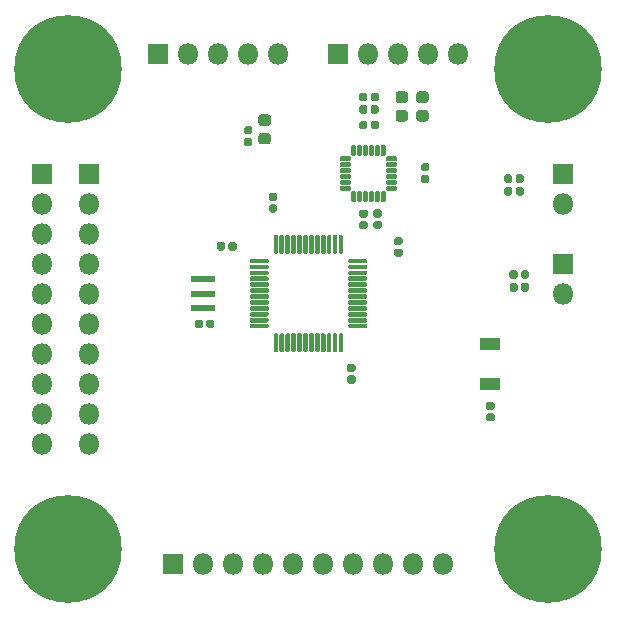
<source format=gbr>
%TF.GenerationSoftware,KiCad,Pcbnew,(5.1.6)-1*%
%TF.CreationDate,2020-08-01T22:19:46+05:30*%
%TF.ProjectId,first,66697273-742e-46b6-9963-61645f706362,rev?*%
%TF.SameCoordinates,Original*%
%TF.FileFunction,Soldermask,Top*%
%TF.FilePolarity,Negative*%
%FSLAX46Y46*%
G04 Gerber Fmt 4.6, Leading zero omitted, Abs format (unit mm)*
G04 Created by KiCad (PCBNEW (5.1.6)-1) date 2020-08-01 22:19:46*
%MOMM*%
%LPD*%
G01*
G04 APERTURE LIST*
%ADD10R,1.800000X1.000000*%
%ADD11O,1.800000X1.800000*%
%ADD12R,1.800000X1.800000*%
%ADD13C,1.000000*%
%ADD14C,9.100000*%
%ADD15R,2.000000X0.500000*%
G04 APERTURE END LIST*
D10*
%TO.C,BOOT*%
X69770000Y-59800000D03*
X69770000Y-63200000D03*
%TD*%
%TO.C,R5*%
G36*
G01*
X69967500Y-65370000D02*
X69572500Y-65370000D01*
G75*
G02*
X69400000Y-65197500I0J172500D01*
G01*
X69400000Y-64852500D01*
G75*
G02*
X69572500Y-64680000I172500J0D01*
G01*
X69967500Y-64680000D01*
G75*
G02*
X70140000Y-64852500I0J-172500D01*
G01*
X70140000Y-65197500D01*
G75*
G02*
X69967500Y-65370000I-172500J0D01*
G01*
G37*
G36*
G01*
X69967500Y-66340000D02*
X69572500Y-66340000D01*
G75*
G02*
X69400000Y-66167500I0J172500D01*
G01*
X69400000Y-65822500D01*
G75*
G02*
X69572500Y-65650000I172500J0D01*
G01*
X69967500Y-65650000D01*
G75*
G02*
X70140000Y-65822500I0J-172500D01*
G01*
X70140000Y-66167500D01*
G75*
G02*
X69967500Y-66340000I-172500J0D01*
G01*
G37*
%TD*%
D11*
%TO.C,J3*%
X31860000Y-68250000D03*
X31860000Y-65710000D03*
X31860000Y-63170000D03*
X31860000Y-60630000D03*
X31860000Y-58090000D03*
X31860000Y-55550000D03*
X31860000Y-53010000D03*
X31860000Y-50470000D03*
X31860000Y-47930000D03*
D12*
X31860000Y-45390000D03*
%TD*%
%TO.C,C0_ST1*%
G36*
G01*
X62187500Y-52385000D02*
X61792500Y-52385000D01*
G75*
G02*
X61620000Y-52212500I0J172500D01*
G01*
X61620000Y-51867500D01*
G75*
G02*
X61792500Y-51695000I172500J0D01*
G01*
X62187500Y-51695000D01*
G75*
G02*
X62360000Y-51867500I0J-172500D01*
G01*
X62360000Y-52212500D01*
G75*
G02*
X62187500Y-52385000I-172500J0D01*
G01*
G37*
G36*
G01*
X62187500Y-51415000D02*
X61792500Y-51415000D01*
G75*
G02*
X61620000Y-51242500I0J172500D01*
G01*
X61620000Y-50897500D01*
G75*
G02*
X61792500Y-50725000I172500J0D01*
G01*
X62187500Y-50725000D01*
G75*
G02*
X62360000Y-50897500I0J-172500D01*
G01*
X62360000Y-51242500D01*
G75*
G02*
X62187500Y-51415000I-172500J0D01*
G01*
G37*
%TD*%
%TO.C,C1_G1*%
G36*
G01*
X59660000Y-41437500D02*
X59660000Y-41042500D01*
G75*
G02*
X59832500Y-40870000I172500J0D01*
G01*
X60177500Y-40870000D01*
G75*
G02*
X60350000Y-41042500I0J-172500D01*
G01*
X60350000Y-41437500D01*
G75*
G02*
X60177500Y-41610000I-172500J0D01*
G01*
X59832500Y-41610000D01*
G75*
G02*
X59660000Y-41437500I0J172500D01*
G01*
G37*
G36*
G01*
X58690000Y-41437500D02*
X58690000Y-41042500D01*
G75*
G02*
X58862500Y-40870000I172500J0D01*
G01*
X59207500Y-40870000D01*
G75*
G02*
X59380000Y-41042500I0J-172500D01*
G01*
X59380000Y-41437500D01*
G75*
G02*
X59207500Y-41610000I-172500J0D01*
G01*
X58862500Y-41610000D01*
G75*
G02*
X58690000Y-41437500I0J172500D01*
G01*
G37*
%TD*%
%TO.C,C1_ST1*%
G36*
G01*
X48300000Y-51302500D02*
X48300000Y-51697500D01*
G75*
G02*
X48127500Y-51870000I-172500J0D01*
G01*
X47782500Y-51870000D01*
G75*
G02*
X47610000Y-51697500I0J172500D01*
G01*
X47610000Y-51302500D01*
G75*
G02*
X47782500Y-51130000I172500J0D01*
G01*
X48127500Y-51130000D01*
G75*
G02*
X48300000Y-51302500I0J-172500D01*
G01*
G37*
G36*
G01*
X47330000Y-51302500D02*
X47330000Y-51697500D01*
G75*
G02*
X47157500Y-51870000I-172500J0D01*
G01*
X46812500Y-51870000D01*
G75*
G02*
X46640000Y-51697500I0J172500D01*
G01*
X46640000Y-51302500D01*
G75*
G02*
X46812500Y-51130000I172500J0D01*
G01*
X47157500Y-51130000D01*
G75*
G02*
X47330000Y-51302500I0J-172500D01*
G01*
G37*
%TD*%
%TO.C,C2_G1*%
G36*
G01*
X64062500Y-44480000D02*
X64457500Y-44480000D01*
G75*
G02*
X64630000Y-44652500I0J-172500D01*
G01*
X64630000Y-44997500D01*
G75*
G02*
X64457500Y-45170000I-172500J0D01*
G01*
X64062500Y-45170000D01*
G75*
G02*
X63890000Y-44997500I0J172500D01*
G01*
X63890000Y-44652500D01*
G75*
G02*
X64062500Y-44480000I172500J0D01*
G01*
G37*
G36*
G01*
X64062500Y-45450000D02*
X64457500Y-45450000D01*
G75*
G02*
X64630000Y-45622500I0J-172500D01*
G01*
X64630000Y-45967500D01*
G75*
G02*
X64457500Y-46140000I-172500J0D01*
G01*
X64062500Y-46140000D01*
G75*
G02*
X63890000Y-45967500I0J172500D01*
G01*
X63890000Y-45622500D01*
G75*
G02*
X64062500Y-45450000I172500J0D01*
G01*
G37*
%TD*%
%TO.C,C2_ST1*%
G36*
G01*
X51577500Y-47685000D02*
X51182500Y-47685000D01*
G75*
G02*
X51010000Y-47512500I0J172500D01*
G01*
X51010000Y-47167500D01*
G75*
G02*
X51182500Y-46995000I172500J0D01*
G01*
X51577500Y-46995000D01*
G75*
G02*
X51750000Y-47167500I0J-172500D01*
G01*
X51750000Y-47512500D01*
G75*
G02*
X51577500Y-47685000I-172500J0D01*
G01*
G37*
G36*
G01*
X51577500Y-48655000D02*
X51182500Y-48655000D01*
G75*
G02*
X51010000Y-48482500I0J172500D01*
G01*
X51010000Y-48137500D01*
G75*
G02*
X51182500Y-47965000I172500J0D01*
G01*
X51577500Y-47965000D01*
G75*
G02*
X51750000Y-48137500I0J-172500D01*
G01*
X51750000Y-48482500D01*
G75*
G02*
X51577500Y-48655000I-172500J0D01*
G01*
G37*
%TD*%
%TO.C,C3_G1*%
G36*
G01*
X60032500Y-48380000D02*
X60427500Y-48380000D01*
G75*
G02*
X60600000Y-48552500I0J-172500D01*
G01*
X60600000Y-48897500D01*
G75*
G02*
X60427500Y-49070000I-172500J0D01*
G01*
X60032500Y-49070000D01*
G75*
G02*
X59860000Y-48897500I0J172500D01*
G01*
X59860000Y-48552500D01*
G75*
G02*
X60032500Y-48380000I172500J0D01*
G01*
G37*
G36*
G01*
X60032500Y-49350000D02*
X60427500Y-49350000D01*
G75*
G02*
X60600000Y-49522500I0J-172500D01*
G01*
X60600000Y-49867500D01*
G75*
G02*
X60427500Y-50040000I-172500J0D01*
G01*
X60032500Y-50040000D01*
G75*
G02*
X59860000Y-49867500I0J172500D01*
G01*
X59860000Y-49522500D01*
G75*
G02*
X60032500Y-49350000I172500J0D01*
G01*
G37*
%TD*%
%TO.C,C3_ST1*%
G36*
G01*
X57812500Y-61465000D02*
X58207500Y-61465000D01*
G75*
G02*
X58380000Y-61637500I0J-172500D01*
G01*
X58380000Y-61982500D01*
G75*
G02*
X58207500Y-62155000I-172500J0D01*
G01*
X57812500Y-62155000D01*
G75*
G02*
X57640000Y-61982500I0J172500D01*
G01*
X57640000Y-61637500D01*
G75*
G02*
X57812500Y-61465000I172500J0D01*
G01*
G37*
G36*
G01*
X57812500Y-62435000D02*
X58207500Y-62435000D01*
G75*
G02*
X58380000Y-62607500I0J-172500D01*
G01*
X58380000Y-62952500D01*
G75*
G02*
X58207500Y-63125000I-172500J0D01*
G01*
X57812500Y-63125000D01*
G75*
G02*
X57640000Y-62952500I0J172500D01*
G01*
X57640000Y-62607500D01*
G75*
G02*
X57812500Y-62435000I172500J0D01*
G01*
G37*
%TD*%
%TO.C,C4_G1*%
G36*
G01*
X58832500Y-49375000D02*
X59227500Y-49375000D01*
G75*
G02*
X59400000Y-49547500I0J-172500D01*
G01*
X59400000Y-49892500D01*
G75*
G02*
X59227500Y-50065000I-172500J0D01*
G01*
X58832500Y-50065000D01*
G75*
G02*
X58660000Y-49892500I0J172500D01*
G01*
X58660000Y-49547500D01*
G75*
G02*
X58832500Y-49375000I172500J0D01*
G01*
G37*
G36*
G01*
X58832500Y-48405000D02*
X59227500Y-48405000D01*
G75*
G02*
X59400000Y-48577500I0J-172500D01*
G01*
X59400000Y-48922500D01*
G75*
G02*
X59227500Y-49095000I-172500J0D01*
G01*
X58832500Y-49095000D01*
G75*
G02*
X58660000Y-48922500I0J172500D01*
G01*
X58660000Y-48577500D01*
G75*
G02*
X58832500Y-48405000I172500J0D01*
G01*
G37*
%TD*%
%TO.C,C4_ST1*%
G36*
G01*
X45450000Y-57882500D02*
X45450000Y-58277500D01*
G75*
G02*
X45277500Y-58450000I-172500J0D01*
G01*
X44932500Y-58450000D01*
G75*
G02*
X44760000Y-58277500I0J172500D01*
G01*
X44760000Y-57882500D01*
G75*
G02*
X44932500Y-57710000I172500J0D01*
G01*
X45277500Y-57710000D01*
G75*
G02*
X45450000Y-57882500I0J-172500D01*
G01*
G37*
G36*
G01*
X46420000Y-57882500D02*
X46420000Y-58277500D01*
G75*
G02*
X46247500Y-58450000I-172500J0D01*
G01*
X45902500Y-58450000D01*
G75*
G02*
X45730000Y-58277500I0J172500D01*
G01*
X45730000Y-57882500D01*
G75*
G02*
X45902500Y-57710000I172500J0D01*
G01*
X46247500Y-57710000D01*
G75*
G02*
X46420000Y-57882500I0J-172500D01*
G01*
G37*
%TD*%
%TO.C,D1*%
G36*
G01*
X63748750Y-39970000D02*
X64311250Y-39970000D01*
G75*
G02*
X64555000Y-40213750I0J-243750D01*
G01*
X64555000Y-40701250D01*
G75*
G02*
X64311250Y-40945000I-243750J0D01*
G01*
X63748750Y-40945000D01*
G75*
G02*
X63505000Y-40701250I0J243750D01*
G01*
X63505000Y-40213750D01*
G75*
G02*
X63748750Y-39970000I243750J0D01*
G01*
G37*
G36*
G01*
X63748750Y-38395000D02*
X64311250Y-38395000D01*
G75*
G02*
X64555000Y-38638750I0J-243750D01*
G01*
X64555000Y-39126250D01*
G75*
G02*
X64311250Y-39370000I-243750J0D01*
G01*
X63748750Y-39370000D01*
G75*
G02*
X63505000Y-39126250I0J243750D01*
G01*
X63505000Y-38638750D01*
G75*
G02*
X63748750Y-38395000I243750J0D01*
G01*
G37*
%TD*%
%TO.C,D2*%
G36*
G01*
X61998750Y-38395000D02*
X62561250Y-38395000D01*
G75*
G02*
X62805000Y-38638750I0J-243750D01*
G01*
X62805000Y-39126250D01*
G75*
G02*
X62561250Y-39370000I-243750J0D01*
G01*
X61998750Y-39370000D01*
G75*
G02*
X61755000Y-39126250I0J243750D01*
G01*
X61755000Y-38638750D01*
G75*
G02*
X61998750Y-38395000I243750J0D01*
G01*
G37*
G36*
G01*
X61998750Y-39970000D02*
X62561250Y-39970000D01*
G75*
G02*
X62805000Y-40213750I0J-243750D01*
G01*
X62805000Y-40701250D01*
G75*
G02*
X62561250Y-40945000I-243750J0D01*
G01*
X61998750Y-40945000D01*
G75*
G02*
X61755000Y-40701250I0J243750D01*
G01*
X61755000Y-40213750D01*
G75*
G02*
X61998750Y-39970000I243750J0D01*
G01*
G37*
%TD*%
%TO.C,D3*%
G36*
G01*
X50951250Y-42885000D02*
X50388750Y-42885000D01*
G75*
G02*
X50145000Y-42641250I0J243750D01*
G01*
X50145000Y-42153750D01*
G75*
G02*
X50388750Y-41910000I243750J0D01*
G01*
X50951250Y-41910000D01*
G75*
G02*
X51195000Y-42153750I0J-243750D01*
G01*
X51195000Y-42641250D01*
G75*
G02*
X50951250Y-42885000I-243750J0D01*
G01*
G37*
G36*
G01*
X50951250Y-41310000D02*
X50388750Y-41310000D01*
G75*
G02*
X50145000Y-41066250I0J243750D01*
G01*
X50145000Y-40578750D01*
G75*
G02*
X50388750Y-40335000I243750J0D01*
G01*
X50951250Y-40335000D01*
G75*
G02*
X51195000Y-40578750I0J-243750D01*
G01*
X51195000Y-41066250D01*
G75*
G02*
X50951250Y-41310000I-243750J0D01*
G01*
G37*
%TD*%
D13*
%TO.C,H1*%
X36446485Y-34073515D03*
X34060000Y-33085000D03*
X31673515Y-34073515D03*
X30685000Y-36460000D03*
X31673515Y-38846485D03*
X34060000Y-39835000D03*
X36446485Y-38846485D03*
X37435000Y-36460000D03*
D14*
X34060000Y-36460000D03*
%TD*%
%TO.C,H2*%
X74700000Y-77100000D03*
D13*
X78075000Y-77100000D03*
X77086485Y-79486485D03*
X74700000Y-80475000D03*
X72313515Y-79486485D03*
X71325000Y-77100000D03*
X72313515Y-74713515D03*
X74700000Y-73725000D03*
X77086485Y-74713515D03*
%TD*%
%TO.C,H3*%
X36446485Y-74713515D03*
X34060000Y-73725000D03*
X31673515Y-74713515D03*
X30685000Y-77100000D03*
X31673515Y-79486485D03*
X34060000Y-80475000D03*
X36446485Y-79486485D03*
X37435000Y-77100000D03*
D14*
X34060000Y-77100000D03*
%TD*%
%TO.C,H4*%
X74700000Y-36460000D03*
D13*
X78075000Y-36460000D03*
X77086485Y-38846485D03*
X74700000Y-39835000D03*
X72313515Y-38846485D03*
X71325000Y-36460000D03*
X72313515Y-34073515D03*
X74700000Y-33085000D03*
X77086485Y-34073515D03*
%TD*%
D12*
%TO.C,J2*%
X42950000Y-78370000D03*
D11*
X45490000Y-78370000D03*
X48030000Y-78370000D03*
X50570000Y-78370000D03*
X53110000Y-78370000D03*
X55650000Y-78370000D03*
X58190000Y-78370000D03*
X60730000Y-78370000D03*
X63270000Y-78370000D03*
X65810000Y-78370000D03*
%TD*%
D12*
%TO.C,J3*%
X35810000Y-45420000D03*
D11*
X35810000Y-47960000D03*
X35810000Y-50500000D03*
X35810000Y-53040000D03*
X35810000Y-55580000D03*
X35810000Y-58120000D03*
X35810000Y-60660000D03*
X35810000Y-63200000D03*
X35810000Y-65740000D03*
X35810000Y-68280000D03*
%TD*%
%TO.C,J4*%
X51840000Y-35190000D03*
X49300000Y-35190000D03*
X46760000Y-35190000D03*
X44220000Y-35190000D03*
D12*
X41680000Y-35190000D03*
%TD*%
D11*
%TO.C,J5*%
X75970000Y-47890000D03*
D12*
X75970000Y-45350000D03*
%TD*%
%TO.C,J6*%
X75970000Y-52970000D03*
D11*
X75970000Y-55510000D03*
%TD*%
D12*
%TO.C,J7*%
X56920000Y-35190000D03*
D11*
X59460000Y-35190000D03*
X62000000Y-35190000D03*
X64540000Y-35190000D03*
X67080000Y-35190000D03*
%TD*%
%TO.C,R1*%
G36*
G01*
X71400000Y-54097500D02*
X71400000Y-53702500D01*
G75*
G02*
X71572500Y-53530000I172500J0D01*
G01*
X71917500Y-53530000D01*
G75*
G02*
X72090000Y-53702500I0J-172500D01*
G01*
X72090000Y-54097500D01*
G75*
G02*
X71917500Y-54270000I-172500J0D01*
G01*
X71572500Y-54270000D01*
G75*
G02*
X71400000Y-54097500I0J172500D01*
G01*
G37*
G36*
G01*
X72370000Y-54097500D02*
X72370000Y-53702500D01*
G75*
G02*
X72542500Y-53530000I172500J0D01*
G01*
X72887500Y-53530000D01*
G75*
G02*
X73060000Y-53702500I0J-172500D01*
G01*
X73060000Y-54097500D01*
G75*
G02*
X72887500Y-54270000I-172500J0D01*
G01*
X72542500Y-54270000D01*
G75*
G02*
X72370000Y-54097500I0J172500D01*
G01*
G37*
%TD*%
%TO.C,R2*%
G36*
G01*
X72375000Y-55167500D02*
X72375000Y-54772500D01*
G75*
G02*
X72547500Y-54600000I172500J0D01*
G01*
X72892500Y-54600000D01*
G75*
G02*
X73065000Y-54772500I0J-172500D01*
G01*
X73065000Y-55167500D01*
G75*
G02*
X72892500Y-55340000I-172500J0D01*
G01*
X72547500Y-55340000D01*
G75*
G02*
X72375000Y-55167500I0J172500D01*
G01*
G37*
G36*
G01*
X71405000Y-55167500D02*
X71405000Y-54772500D01*
G75*
G02*
X71577500Y-54600000I172500J0D01*
G01*
X71922500Y-54600000D01*
G75*
G02*
X72095000Y-54772500I0J-172500D01*
G01*
X72095000Y-55167500D01*
G75*
G02*
X71922500Y-55340000I-172500J0D01*
G01*
X71577500Y-55340000D01*
G75*
G02*
X71405000Y-55167500I0J172500D01*
G01*
G37*
%TD*%
%TO.C,R3*%
G36*
G01*
X71920000Y-45977500D02*
X71920000Y-45582500D01*
G75*
G02*
X72092500Y-45410000I172500J0D01*
G01*
X72437500Y-45410000D01*
G75*
G02*
X72610000Y-45582500I0J-172500D01*
G01*
X72610000Y-45977500D01*
G75*
G02*
X72437500Y-46150000I-172500J0D01*
G01*
X72092500Y-46150000D01*
G75*
G02*
X71920000Y-45977500I0J172500D01*
G01*
G37*
G36*
G01*
X70950000Y-45977500D02*
X70950000Y-45582500D01*
G75*
G02*
X71122500Y-45410000I172500J0D01*
G01*
X71467500Y-45410000D01*
G75*
G02*
X71640000Y-45582500I0J-172500D01*
G01*
X71640000Y-45977500D01*
G75*
G02*
X71467500Y-46150000I-172500J0D01*
G01*
X71122500Y-46150000D01*
G75*
G02*
X70950000Y-45977500I0J172500D01*
G01*
G37*
%TD*%
%TO.C,R4*%
G36*
G01*
X70955000Y-47037500D02*
X70955000Y-46642500D01*
G75*
G02*
X71127500Y-46470000I172500J0D01*
G01*
X71472500Y-46470000D01*
G75*
G02*
X71645000Y-46642500I0J-172500D01*
G01*
X71645000Y-47037500D01*
G75*
G02*
X71472500Y-47210000I-172500J0D01*
G01*
X71127500Y-47210000D01*
G75*
G02*
X70955000Y-47037500I0J172500D01*
G01*
G37*
G36*
G01*
X71925000Y-47037500D02*
X71925000Y-46642500D01*
G75*
G02*
X72097500Y-46470000I172500J0D01*
G01*
X72442500Y-46470000D01*
G75*
G02*
X72615000Y-46642500I0J-172500D01*
G01*
X72615000Y-47037500D01*
G75*
G02*
X72442500Y-47210000I-172500J0D01*
G01*
X72097500Y-47210000D01*
G75*
G02*
X71925000Y-47037500I0J172500D01*
G01*
G37*
%TD*%
%TO.C,R1_L1*%
G36*
G01*
X49467500Y-43010000D02*
X49072500Y-43010000D01*
G75*
G02*
X48900000Y-42837500I0J172500D01*
G01*
X48900000Y-42492500D01*
G75*
G02*
X49072500Y-42320000I172500J0D01*
G01*
X49467500Y-42320000D01*
G75*
G02*
X49640000Y-42492500I0J-172500D01*
G01*
X49640000Y-42837500D01*
G75*
G02*
X49467500Y-43010000I-172500J0D01*
G01*
G37*
G36*
G01*
X49467500Y-42040000D02*
X49072500Y-42040000D01*
G75*
G02*
X48900000Y-41867500I0J172500D01*
G01*
X48900000Y-41522500D01*
G75*
G02*
X49072500Y-41350000I172500J0D01*
G01*
X49467500Y-41350000D01*
G75*
G02*
X49640000Y-41522500I0J-172500D01*
G01*
X49640000Y-41867500D01*
G75*
G02*
X49467500Y-42040000I-172500J0D01*
G01*
G37*
%TD*%
%TO.C,R1_L2*%
G36*
G01*
X59650000Y-40127500D02*
X59650000Y-39732500D01*
G75*
G02*
X59822500Y-39560000I172500J0D01*
G01*
X60167500Y-39560000D01*
G75*
G02*
X60340000Y-39732500I0J-172500D01*
G01*
X60340000Y-40127500D01*
G75*
G02*
X60167500Y-40300000I-172500J0D01*
G01*
X59822500Y-40300000D01*
G75*
G02*
X59650000Y-40127500I0J172500D01*
G01*
G37*
G36*
G01*
X58680000Y-40127500D02*
X58680000Y-39732500D01*
G75*
G02*
X58852500Y-39560000I172500J0D01*
G01*
X59197500Y-39560000D01*
G75*
G02*
X59370000Y-39732500I0J-172500D01*
G01*
X59370000Y-40127500D01*
G75*
G02*
X59197500Y-40300000I-172500J0D01*
G01*
X58852500Y-40300000D01*
G75*
G02*
X58680000Y-40127500I0J172500D01*
G01*
G37*
%TD*%
%TO.C,R2_L1*%
G36*
G01*
X58680000Y-39057500D02*
X58680000Y-38662500D01*
G75*
G02*
X58852500Y-38490000I172500J0D01*
G01*
X59197500Y-38490000D01*
G75*
G02*
X59370000Y-38662500I0J-172500D01*
G01*
X59370000Y-39057500D01*
G75*
G02*
X59197500Y-39230000I-172500J0D01*
G01*
X58852500Y-39230000D01*
G75*
G02*
X58680000Y-39057500I0J172500D01*
G01*
G37*
G36*
G01*
X59650000Y-39057500D02*
X59650000Y-38662500D01*
G75*
G02*
X59822500Y-38490000I172500J0D01*
G01*
X60167500Y-38490000D01*
G75*
G02*
X60340000Y-38662500I0J-172500D01*
G01*
X60340000Y-39057500D01*
G75*
G02*
X60167500Y-39230000I-172500J0D01*
G01*
X59822500Y-39230000D01*
G75*
G02*
X59650000Y-39057500I0J172500D01*
G01*
G37*
%TD*%
%TO.C,U2*%
G36*
G01*
X49430000Y-52860000D02*
X49430000Y-52660000D01*
G75*
G02*
X49530000Y-52560000I100000J0D01*
G01*
X50905000Y-52560000D01*
G75*
G02*
X51005000Y-52660000I0J-100000D01*
G01*
X51005000Y-52860000D01*
G75*
G02*
X50905000Y-52960000I-100000J0D01*
G01*
X49530000Y-52960000D01*
G75*
G02*
X49430000Y-52860000I0J100000D01*
G01*
G37*
G36*
G01*
X49430000Y-53360000D02*
X49430000Y-53160000D01*
G75*
G02*
X49530000Y-53060000I100000J0D01*
G01*
X50905000Y-53060000D01*
G75*
G02*
X51005000Y-53160000I0J-100000D01*
G01*
X51005000Y-53360000D01*
G75*
G02*
X50905000Y-53460000I-100000J0D01*
G01*
X49530000Y-53460000D01*
G75*
G02*
X49430000Y-53360000I0J100000D01*
G01*
G37*
G36*
G01*
X49430000Y-53860000D02*
X49430000Y-53660000D01*
G75*
G02*
X49530000Y-53560000I100000J0D01*
G01*
X50905000Y-53560000D01*
G75*
G02*
X51005000Y-53660000I0J-100000D01*
G01*
X51005000Y-53860000D01*
G75*
G02*
X50905000Y-53960000I-100000J0D01*
G01*
X49530000Y-53960000D01*
G75*
G02*
X49430000Y-53860000I0J100000D01*
G01*
G37*
G36*
G01*
X49430000Y-54360000D02*
X49430000Y-54160000D01*
G75*
G02*
X49530000Y-54060000I100000J0D01*
G01*
X50905000Y-54060000D01*
G75*
G02*
X51005000Y-54160000I0J-100000D01*
G01*
X51005000Y-54360000D01*
G75*
G02*
X50905000Y-54460000I-100000J0D01*
G01*
X49530000Y-54460000D01*
G75*
G02*
X49430000Y-54360000I0J100000D01*
G01*
G37*
G36*
G01*
X49430000Y-54860000D02*
X49430000Y-54660000D01*
G75*
G02*
X49530000Y-54560000I100000J0D01*
G01*
X50905000Y-54560000D01*
G75*
G02*
X51005000Y-54660000I0J-100000D01*
G01*
X51005000Y-54860000D01*
G75*
G02*
X50905000Y-54960000I-100000J0D01*
G01*
X49530000Y-54960000D01*
G75*
G02*
X49430000Y-54860000I0J100000D01*
G01*
G37*
G36*
G01*
X49430000Y-55360000D02*
X49430000Y-55160000D01*
G75*
G02*
X49530000Y-55060000I100000J0D01*
G01*
X50905000Y-55060000D01*
G75*
G02*
X51005000Y-55160000I0J-100000D01*
G01*
X51005000Y-55360000D01*
G75*
G02*
X50905000Y-55460000I-100000J0D01*
G01*
X49530000Y-55460000D01*
G75*
G02*
X49430000Y-55360000I0J100000D01*
G01*
G37*
G36*
G01*
X49430000Y-55860000D02*
X49430000Y-55660000D01*
G75*
G02*
X49530000Y-55560000I100000J0D01*
G01*
X50905000Y-55560000D01*
G75*
G02*
X51005000Y-55660000I0J-100000D01*
G01*
X51005000Y-55860000D01*
G75*
G02*
X50905000Y-55960000I-100000J0D01*
G01*
X49530000Y-55960000D01*
G75*
G02*
X49430000Y-55860000I0J100000D01*
G01*
G37*
G36*
G01*
X49430000Y-56360000D02*
X49430000Y-56160000D01*
G75*
G02*
X49530000Y-56060000I100000J0D01*
G01*
X50905000Y-56060000D01*
G75*
G02*
X51005000Y-56160000I0J-100000D01*
G01*
X51005000Y-56360000D01*
G75*
G02*
X50905000Y-56460000I-100000J0D01*
G01*
X49530000Y-56460000D01*
G75*
G02*
X49430000Y-56360000I0J100000D01*
G01*
G37*
G36*
G01*
X49430000Y-56860000D02*
X49430000Y-56660000D01*
G75*
G02*
X49530000Y-56560000I100000J0D01*
G01*
X50905000Y-56560000D01*
G75*
G02*
X51005000Y-56660000I0J-100000D01*
G01*
X51005000Y-56860000D01*
G75*
G02*
X50905000Y-56960000I-100000J0D01*
G01*
X49530000Y-56960000D01*
G75*
G02*
X49430000Y-56860000I0J100000D01*
G01*
G37*
G36*
G01*
X49430000Y-57360000D02*
X49430000Y-57160000D01*
G75*
G02*
X49530000Y-57060000I100000J0D01*
G01*
X50905000Y-57060000D01*
G75*
G02*
X51005000Y-57160000I0J-100000D01*
G01*
X51005000Y-57360000D01*
G75*
G02*
X50905000Y-57460000I-100000J0D01*
G01*
X49530000Y-57460000D01*
G75*
G02*
X49430000Y-57360000I0J100000D01*
G01*
G37*
G36*
G01*
X49430000Y-57860000D02*
X49430000Y-57660000D01*
G75*
G02*
X49530000Y-57560000I100000J0D01*
G01*
X50905000Y-57560000D01*
G75*
G02*
X51005000Y-57660000I0J-100000D01*
G01*
X51005000Y-57860000D01*
G75*
G02*
X50905000Y-57960000I-100000J0D01*
G01*
X49530000Y-57960000D01*
G75*
G02*
X49430000Y-57860000I0J100000D01*
G01*
G37*
G36*
G01*
X49430000Y-58360000D02*
X49430000Y-58160000D01*
G75*
G02*
X49530000Y-58060000I100000J0D01*
G01*
X50905000Y-58060000D01*
G75*
G02*
X51005000Y-58160000I0J-100000D01*
G01*
X51005000Y-58360000D01*
G75*
G02*
X50905000Y-58460000I-100000J0D01*
G01*
X49530000Y-58460000D01*
G75*
G02*
X49430000Y-58360000I0J100000D01*
G01*
G37*
G36*
G01*
X51430000Y-60360000D02*
X51430000Y-58985000D01*
G75*
G02*
X51530000Y-58885000I100000J0D01*
G01*
X51730000Y-58885000D01*
G75*
G02*
X51830000Y-58985000I0J-100000D01*
G01*
X51830000Y-60360000D01*
G75*
G02*
X51730000Y-60460000I-100000J0D01*
G01*
X51530000Y-60460000D01*
G75*
G02*
X51430000Y-60360000I0J100000D01*
G01*
G37*
G36*
G01*
X51930000Y-60360000D02*
X51930000Y-58985000D01*
G75*
G02*
X52030000Y-58885000I100000J0D01*
G01*
X52230000Y-58885000D01*
G75*
G02*
X52330000Y-58985000I0J-100000D01*
G01*
X52330000Y-60360000D01*
G75*
G02*
X52230000Y-60460000I-100000J0D01*
G01*
X52030000Y-60460000D01*
G75*
G02*
X51930000Y-60360000I0J100000D01*
G01*
G37*
G36*
G01*
X52430000Y-60360000D02*
X52430000Y-58985000D01*
G75*
G02*
X52530000Y-58885000I100000J0D01*
G01*
X52730000Y-58885000D01*
G75*
G02*
X52830000Y-58985000I0J-100000D01*
G01*
X52830000Y-60360000D01*
G75*
G02*
X52730000Y-60460000I-100000J0D01*
G01*
X52530000Y-60460000D01*
G75*
G02*
X52430000Y-60360000I0J100000D01*
G01*
G37*
G36*
G01*
X52930000Y-60360000D02*
X52930000Y-58985000D01*
G75*
G02*
X53030000Y-58885000I100000J0D01*
G01*
X53230000Y-58885000D01*
G75*
G02*
X53330000Y-58985000I0J-100000D01*
G01*
X53330000Y-60360000D01*
G75*
G02*
X53230000Y-60460000I-100000J0D01*
G01*
X53030000Y-60460000D01*
G75*
G02*
X52930000Y-60360000I0J100000D01*
G01*
G37*
G36*
G01*
X53430000Y-60360000D02*
X53430000Y-58985000D01*
G75*
G02*
X53530000Y-58885000I100000J0D01*
G01*
X53730000Y-58885000D01*
G75*
G02*
X53830000Y-58985000I0J-100000D01*
G01*
X53830000Y-60360000D01*
G75*
G02*
X53730000Y-60460000I-100000J0D01*
G01*
X53530000Y-60460000D01*
G75*
G02*
X53430000Y-60360000I0J100000D01*
G01*
G37*
G36*
G01*
X53930000Y-60360000D02*
X53930000Y-58985000D01*
G75*
G02*
X54030000Y-58885000I100000J0D01*
G01*
X54230000Y-58885000D01*
G75*
G02*
X54330000Y-58985000I0J-100000D01*
G01*
X54330000Y-60360000D01*
G75*
G02*
X54230000Y-60460000I-100000J0D01*
G01*
X54030000Y-60460000D01*
G75*
G02*
X53930000Y-60360000I0J100000D01*
G01*
G37*
G36*
G01*
X54430000Y-60360000D02*
X54430000Y-58985000D01*
G75*
G02*
X54530000Y-58885000I100000J0D01*
G01*
X54730000Y-58885000D01*
G75*
G02*
X54830000Y-58985000I0J-100000D01*
G01*
X54830000Y-60360000D01*
G75*
G02*
X54730000Y-60460000I-100000J0D01*
G01*
X54530000Y-60460000D01*
G75*
G02*
X54430000Y-60360000I0J100000D01*
G01*
G37*
G36*
G01*
X54930000Y-60360000D02*
X54930000Y-58985000D01*
G75*
G02*
X55030000Y-58885000I100000J0D01*
G01*
X55230000Y-58885000D01*
G75*
G02*
X55330000Y-58985000I0J-100000D01*
G01*
X55330000Y-60360000D01*
G75*
G02*
X55230000Y-60460000I-100000J0D01*
G01*
X55030000Y-60460000D01*
G75*
G02*
X54930000Y-60360000I0J100000D01*
G01*
G37*
G36*
G01*
X55430000Y-60360000D02*
X55430000Y-58985000D01*
G75*
G02*
X55530000Y-58885000I100000J0D01*
G01*
X55730000Y-58885000D01*
G75*
G02*
X55830000Y-58985000I0J-100000D01*
G01*
X55830000Y-60360000D01*
G75*
G02*
X55730000Y-60460000I-100000J0D01*
G01*
X55530000Y-60460000D01*
G75*
G02*
X55430000Y-60360000I0J100000D01*
G01*
G37*
G36*
G01*
X55930000Y-60360000D02*
X55930000Y-58985000D01*
G75*
G02*
X56030000Y-58885000I100000J0D01*
G01*
X56230000Y-58885000D01*
G75*
G02*
X56330000Y-58985000I0J-100000D01*
G01*
X56330000Y-60360000D01*
G75*
G02*
X56230000Y-60460000I-100000J0D01*
G01*
X56030000Y-60460000D01*
G75*
G02*
X55930000Y-60360000I0J100000D01*
G01*
G37*
G36*
G01*
X56430000Y-60360000D02*
X56430000Y-58985000D01*
G75*
G02*
X56530000Y-58885000I100000J0D01*
G01*
X56730000Y-58885000D01*
G75*
G02*
X56830000Y-58985000I0J-100000D01*
G01*
X56830000Y-60360000D01*
G75*
G02*
X56730000Y-60460000I-100000J0D01*
G01*
X56530000Y-60460000D01*
G75*
G02*
X56430000Y-60360000I0J100000D01*
G01*
G37*
G36*
G01*
X56930000Y-60360000D02*
X56930000Y-58985000D01*
G75*
G02*
X57030000Y-58885000I100000J0D01*
G01*
X57230000Y-58885000D01*
G75*
G02*
X57330000Y-58985000I0J-100000D01*
G01*
X57330000Y-60360000D01*
G75*
G02*
X57230000Y-60460000I-100000J0D01*
G01*
X57030000Y-60460000D01*
G75*
G02*
X56930000Y-60360000I0J100000D01*
G01*
G37*
G36*
G01*
X57755000Y-58360000D02*
X57755000Y-58160000D01*
G75*
G02*
X57855000Y-58060000I100000J0D01*
G01*
X59230000Y-58060000D01*
G75*
G02*
X59330000Y-58160000I0J-100000D01*
G01*
X59330000Y-58360000D01*
G75*
G02*
X59230000Y-58460000I-100000J0D01*
G01*
X57855000Y-58460000D01*
G75*
G02*
X57755000Y-58360000I0J100000D01*
G01*
G37*
G36*
G01*
X57755000Y-57860000D02*
X57755000Y-57660000D01*
G75*
G02*
X57855000Y-57560000I100000J0D01*
G01*
X59230000Y-57560000D01*
G75*
G02*
X59330000Y-57660000I0J-100000D01*
G01*
X59330000Y-57860000D01*
G75*
G02*
X59230000Y-57960000I-100000J0D01*
G01*
X57855000Y-57960000D01*
G75*
G02*
X57755000Y-57860000I0J100000D01*
G01*
G37*
G36*
G01*
X57755000Y-57360000D02*
X57755000Y-57160000D01*
G75*
G02*
X57855000Y-57060000I100000J0D01*
G01*
X59230000Y-57060000D01*
G75*
G02*
X59330000Y-57160000I0J-100000D01*
G01*
X59330000Y-57360000D01*
G75*
G02*
X59230000Y-57460000I-100000J0D01*
G01*
X57855000Y-57460000D01*
G75*
G02*
X57755000Y-57360000I0J100000D01*
G01*
G37*
G36*
G01*
X57755000Y-56860000D02*
X57755000Y-56660000D01*
G75*
G02*
X57855000Y-56560000I100000J0D01*
G01*
X59230000Y-56560000D01*
G75*
G02*
X59330000Y-56660000I0J-100000D01*
G01*
X59330000Y-56860000D01*
G75*
G02*
X59230000Y-56960000I-100000J0D01*
G01*
X57855000Y-56960000D01*
G75*
G02*
X57755000Y-56860000I0J100000D01*
G01*
G37*
G36*
G01*
X57755000Y-56360000D02*
X57755000Y-56160000D01*
G75*
G02*
X57855000Y-56060000I100000J0D01*
G01*
X59230000Y-56060000D01*
G75*
G02*
X59330000Y-56160000I0J-100000D01*
G01*
X59330000Y-56360000D01*
G75*
G02*
X59230000Y-56460000I-100000J0D01*
G01*
X57855000Y-56460000D01*
G75*
G02*
X57755000Y-56360000I0J100000D01*
G01*
G37*
G36*
G01*
X57755000Y-55860000D02*
X57755000Y-55660000D01*
G75*
G02*
X57855000Y-55560000I100000J0D01*
G01*
X59230000Y-55560000D01*
G75*
G02*
X59330000Y-55660000I0J-100000D01*
G01*
X59330000Y-55860000D01*
G75*
G02*
X59230000Y-55960000I-100000J0D01*
G01*
X57855000Y-55960000D01*
G75*
G02*
X57755000Y-55860000I0J100000D01*
G01*
G37*
G36*
G01*
X57755000Y-55360000D02*
X57755000Y-55160000D01*
G75*
G02*
X57855000Y-55060000I100000J0D01*
G01*
X59230000Y-55060000D01*
G75*
G02*
X59330000Y-55160000I0J-100000D01*
G01*
X59330000Y-55360000D01*
G75*
G02*
X59230000Y-55460000I-100000J0D01*
G01*
X57855000Y-55460000D01*
G75*
G02*
X57755000Y-55360000I0J100000D01*
G01*
G37*
G36*
G01*
X57755000Y-54860000D02*
X57755000Y-54660000D01*
G75*
G02*
X57855000Y-54560000I100000J0D01*
G01*
X59230000Y-54560000D01*
G75*
G02*
X59330000Y-54660000I0J-100000D01*
G01*
X59330000Y-54860000D01*
G75*
G02*
X59230000Y-54960000I-100000J0D01*
G01*
X57855000Y-54960000D01*
G75*
G02*
X57755000Y-54860000I0J100000D01*
G01*
G37*
G36*
G01*
X57755000Y-54360000D02*
X57755000Y-54160000D01*
G75*
G02*
X57855000Y-54060000I100000J0D01*
G01*
X59230000Y-54060000D01*
G75*
G02*
X59330000Y-54160000I0J-100000D01*
G01*
X59330000Y-54360000D01*
G75*
G02*
X59230000Y-54460000I-100000J0D01*
G01*
X57855000Y-54460000D01*
G75*
G02*
X57755000Y-54360000I0J100000D01*
G01*
G37*
G36*
G01*
X57755000Y-53860000D02*
X57755000Y-53660000D01*
G75*
G02*
X57855000Y-53560000I100000J0D01*
G01*
X59230000Y-53560000D01*
G75*
G02*
X59330000Y-53660000I0J-100000D01*
G01*
X59330000Y-53860000D01*
G75*
G02*
X59230000Y-53960000I-100000J0D01*
G01*
X57855000Y-53960000D01*
G75*
G02*
X57755000Y-53860000I0J100000D01*
G01*
G37*
G36*
G01*
X57755000Y-53360000D02*
X57755000Y-53160000D01*
G75*
G02*
X57855000Y-53060000I100000J0D01*
G01*
X59230000Y-53060000D01*
G75*
G02*
X59330000Y-53160000I0J-100000D01*
G01*
X59330000Y-53360000D01*
G75*
G02*
X59230000Y-53460000I-100000J0D01*
G01*
X57855000Y-53460000D01*
G75*
G02*
X57755000Y-53360000I0J100000D01*
G01*
G37*
G36*
G01*
X57755000Y-52860000D02*
X57755000Y-52660000D01*
G75*
G02*
X57855000Y-52560000I100000J0D01*
G01*
X59230000Y-52560000D01*
G75*
G02*
X59330000Y-52660000I0J-100000D01*
G01*
X59330000Y-52860000D01*
G75*
G02*
X59230000Y-52960000I-100000J0D01*
G01*
X57855000Y-52960000D01*
G75*
G02*
X57755000Y-52860000I0J100000D01*
G01*
G37*
G36*
G01*
X56930000Y-52035000D02*
X56930000Y-50660000D01*
G75*
G02*
X57030000Y-50560000I100000J0D01*
G01*
X57230000Y-50560000D01*
G75*
G02*
X57330000Y-50660000I0J-100000D01*
G01*
X57330000Y-52035000D01*
G75*
G02*
X57230000Y-52135000I-100000J0D01*
G01*
X57030000Y-52135000D01*
G75*
G02*
X56930000Y-52035000I0J100000D01*
G01*
G37*
G36*
G01*
X56430000Y-52035000D02*
X56430000Y-50660000D01*
G75*
G02*
X56530000Y-50560000I100000J0D01*
G01*
X56730000Y-50560000D01*
G75*
G02*
X56830000Y-50660000I0J-100000D01*
G01*
X56830000Y-52035000D01*
G75*
G02*
X56730000Y-52135000I-100000J0D01*
G01*
X56530000Y-52135000D01*
G75*
G02*
X56430000Y-52035000I0J100000D01*
G01*
G37*
G36*
G01*
X55930000Y-52035000D02*
X55930000Y-50660000D01*
G75*
G02*
X56030000Y-50560000I100000J0D01*
G01*
X56230000Y-50560000D01*
G75*
G02*
X56330000Y-50660000I0J-100000D01*
G01*
X56330000Y-52035000D01*
G75*
G02*
X56230000Y-52135000I-100000J0D01*
G01*
X56030000Y-52135000D01*
G75*
G02*
X55930000Y-52035000I0J100000D01*
G01*
G37*
G36*
G01*
X55430000Y-52035000D02*
X55430000Y-50660000D01*
G75*
G02*
X55530000Y-50560000I100000J0D01*
G01*
X55730000Y-50560000D01*
G75*
G02*
X55830000Y-50660000I0J-100000D01*
G01*
X55830000Y-52035000D01*
G75*
G02*
X55730000Y-52135000I-100000J0D01*
G01*
X55530000Y-52135000D01*
G75*
G02*
X55430000Y-52035000I0J100000D01*
G01*
G37*
G36*
G01*
X54930000Y-52035000D02*
X54930000Y-50660000D01*
G75*
G02*
X55030000Y-50560000I100000J0D01*
G01*
X55230000Y-50560000D01*
G75*
G02*
X55330000Y-50660000I0J-100000D01*
G01*
X55330000Y-52035000D01*
G75*
G02*
X55230000Y-52135000I-100000J0D01*
G01*
X55030000Y-52135000D01*
G75*
G02*
X54930000Y-52035000I0J100000D01*
G01*
G37*
G36*
G01*
X54430000Y-52035000D02*
X54430000Y-50660000D01*
G75*
G02*
X54530000Y-50560000I100000J0D01*
G01*
X54730000Y-50560000D01*
G75*
G02*
X54830000Y-50660000I0J-100000D01*
G01*
X54830000Y-52035000D01*
G75*
G02*
X54730000Y-52135000I-100000J0D01*
G01*
X54530000Y-52135000D01*
G75*
G02*
X54430000Y-52035000I0J100000D01*
G01*
G37*
G36*
G01*
X53930000Y-52035000D02*
X53930000Y-50660000D01*
G75*
G02*
X54030000Y-50560000I100000J0D01*
G01*
X54230000Y-50560000D01*
G75*
G02*
X54330000Y-50660000I0J-100000D01*
G01*
X54330000Y-52035000D01*
G75*
G02*
X54230000Y-52135000I-100000J0D01*
G01*
X54030000Y-52135000D01*
G75*
G02*
X53930000Y-52035000I0J100000D01*
G01*
G37*
G36*
G01*
X53430000Y-52035000D02*
X53430000Y-50660000D01*
G75*
G02*
X53530000Y-50560000I100000J0D01*
G01*
X53730000Y-50560000D01*
G75*
G02*
X53830000Y-50660000I0J-100000D01*
G01*
X53830000Y-52035000D01*
G75*
G02*
X53730000Y-52135000I-100000J0D01*
G01*
X53530000Y-52135000D01*
G75*
G02*
X53430000Y-52035000I0J100000D01*
G01*
G37*
G36*
G01*
X52930000Y-52035000D02*
X52930000Y-50660000D01*
G75*
G02*
X53030000Y-50560000I100000J0D01*
G01*
X53230000Y-50560000D01*
G75*
G02*
X53330000Y-50660000I0J-100000D01*
G01*
X53330000Y-52035000D01*
G75*
G02*
X53230000Y-52135000I-100000J0D01*
G01*
X53030000Y-52135000D01*
G75*
G02*
X52930000Y-52035000I0J100000D01*
G01*
G37*
G36*
G01*
X52430000Y-52035000D02*
X52430000Y-50660000D01*
G75*
G02*
X52530000Y-50560000I100000J0D01*
G01*
X52730000Y-50560000D01*
G75*
G02*
X52830000Y-50660000I0J-100000D01*
G01*
X52830000Y-52035000D01*
G75*
G02*
X52730000Y-52135000I-100000J0D01*
G01*
X52530000Y-52135000D01*
G75*
G02*
X52430000Y-52035000I0J100000D01*
G01*
G37*
G36*
G01*
X51930000Y-52035000D02*
X51930000Y-50660000D01*
G75*
G02*
X52030000Y-50560000I100000J0D01*
G01*
X52230000Y-50560000D01*
G75*
G02*
X52330000Y-50660000I0J-100000D01*
G01*
X52330000Y-52035000D01*
G75*
G02*
X52230000Y-52135000I-100000J0D01*
G01*
X52030000Y-52135000D01*
G75*
G02*
X51930000Y-52035000I0J100000D01*
G01*
G37*
G36*
G01*
X51430000Y-52035000D02*
X51430000Y-50660000D01*
G75*
G02*
X51530000Y-50560000I100000J0D01*
G01*
X51730000Y-50560000D01*
G75*
G02*
X51830000Y-50660000I0J-100000D01*
G01*
X51830000Y-52035000D01*
G75*
G02*
X51730000Y-52135000I-100000J0D01*
G01*
X51530000Y-52135000D01*
G75*
G02*
X51430000Y-52035000I0J100000D01*
G01*
G37*
%TD*%
%TO.C,U3*%
G36*
G01*
X57035000Y-44200000D02*
X57035000Y-44000000D01*
G75*
G02*
X57135000Y-43900000I100000J0D01*
G01*
X57885000Y-43900000D01*
G75*
G02*
X57985000Y-44000000I0J-100000D01*
G01*
X57985000Y-44200000D01*
G75*
G02*
X57885000Y-44300000I-100000J0D01*
G01*
X57135000Y-44300000D01*
G75*
G02*
X57035000Y-44200000I0J100000D01*
G01*
G37*
G36*
G01*
X57035000Y-44700000D02*
X57035000Y-44500000D01*
G75*
G02*
X57135000Y-44400000I100000J0D01*
G01*
X57885000Y-44400000D01*
G75*
G02*
X57985000Y-44500000I0J-100000D01*
G01*
X57985000Y-44700000D01*
G75*
G02*
X57885000Y-44800000I-100000J0D01*
G01*
X57135000Y-44800000D01*
G75*
G02*
X57035000Y-44700000I0J100000D01*
G01*
G37*
G36*
G01*
X57035000Y-45200000D02*
X57035000Y-45000000D01*
G75*
G02*
X57135000Y-44900000I100000J0D01*
G01*
X57885000Y-44900000D01*
G75*
G02*
X57985000Y-45000000I0J-100000D01*
G01*
X57985000Y-45200000D01*
G75*
G02*
X57885000Y-45300000I-100000J0D01*
G01*
X57135000Y-45300000D01*
G75*
G02*
X57035000Y-45200000I0J100000D01*
G01*
G37*
G36*
G01*
X57035000Y-45700000D02*
X57035000Y-45500000D01*
G75*
G02*
X57135000Y-45400000I100000J0D01*
G01*
X57885000Y-45400000D01*
G75*
G02*
X57985000Y-45500000I0J-100000D01*
G01*
X57985000Y-45700000D01*
G75*
G02*
X57885000Y-45800000I-100000J0D01*
G01*
X57135000Y-45800000D01*
G75*
G02*
X57035000Y-45700000I0J100000D01*
G01*
G37*
G36*
G01*
X57035000Y-46200000D02*
X57035000Y-46000000D01*
G75*
G02*
X57135000Y-45900000I100000J0D01*
G01*
X57885000Y-45900000D01*
G75*
G02*
X57985000Y-46000000I0J-100000D01*
G01*
X57985000Y-46200000D01*
G75*
G02*
X57885000Y-46300000I-100000J0D01*
G01*
X57135000Y-46300000D01*
G75*
G02*
X57035000Y-46200000I0J100000D01*
G01*
G37*
G36*
G01*
X57035000Y-46700000D02*
X57035000Y-46500000D01*
G75*
G02*
X57135000Y-46400000I100000J0D01*
G01*
X57885000Y-46400000D01*
G75*
G02*
X57985000Y-46500000I0J-100000D01*
G01*
X57985000Y-46700000D01*
G75*
G02*
X57885000Y-46800000I-100000J0D01*
G01*
X57135000Y-46800000D01*
G75*
G02*
X57035000Y-46700000I0J100000D01*
G01*
G37*
G36*
G01*
X58310000Y-47775000D02*
X58110000Y-47775000D01*
G75*
G02*
X58010000Y-47675000I0J100000D01*
G01*
X58010000Y-46925000D01*
G75*
G02*
X58110000Y-46825000I100000J0D01*
G01*
X58310000Y-46825000D01*
G75*
G02*
X58410000Y-46925000I0J-100000D01*
G01*
X58410000Y-47675000D01*
G75*
G02*
X58310000Y-47775000I-100000J0D01*
G01*
G37*
G36*
G01*
X58810000Y-47775000D02*
X58610000Y-47775000D01*
G75*
G02*
X58510000Y-47675000I0J100000D01*
G01*
X58510000Y-46925000D01*
G75*
G02*
X58610000Y-46825000I100000J0D01*
G01*
X58810000Y-46825000D01*
G75*
G02*
X58910000Y-46925000I0J-100000D01*
G01*
X58910000Y-47675000D01*
G75*
G02*
X58810000Y-47775000I-100000J0D01*
G01*
G37*
G36*
G01*
X59310000Y-47775000D02*
X59110000Y-47775000D01*
G75*
G02*
X59010000Y-47675000I0J100000D01*
G01*
X59010000Y-46925000D01*
G75*
G02*
X59110000Y-46825000I100000J0D01*
G01*
X59310000Y-46825000D01*
G75*
G02*
X59410000Y-46925000I0J-100000D01*
G01*
X59410000Y-47675000D01*
G75*
G02*
X59310000Y-47775000I-100000J0D01*
G01*
G37*
G36*
G01*
X59810000Y-47775000D02*
X59610000Y-47775000D01*
G75*
G02*
X59510000Y-47675000I0J100000D01*
G01*
X59510000Y-46925000D01*
G75*
G02*
X59610000Y-46825000I100000J0D01*
G01*
X59810000Y-46825000D01*
G75*
G02*
X59910000Y-46925000I0J-100000D01*
G01*
X59910000Y-47675000D01*
G75*
G02*
X59810000Y-47775000I-100000J0D01*
G01*
G37*
G36*
G01*
X60310000Y-47775000D02*
X60110000Y-47775000D01*
G75*
G02*
X60010000Y-47675000I0J100000D01*
G01*
X60010000Y-46925000D01*
G75*
G02*
X60110000Y-46825000I100000J0D01*
G01*
X60310000Y-46825000D01*
G75*
G02*
X60410000Y-46925000I0J-100000D01*
G01*
X60410000Y-47675000D01*
G75*
G02*
X60310000Y-47775000I-100000J0D01*
G01*
G37*
G36*
G01*
X60810000Y-47775000D02*
X60610000Y-47775000D01*
G75*
G02*
X60510000Y-47675000I0J100000D01*
G01*
X60510000Y-46925000D01*
G75*
G02*
X60610000Y-46825000I100000J0D01*
G01*
X60810000Y-46825000D01*
G75*
G02*
X60910000Y-46925000I0J-100000D01*
G01*
X60910000Y-47675000D01*
G75*
G02*
X60810000Y-47775000I-100000J0D01*
G01*
G37*
G36*
G01*
X60935000Y-46700000D02*
X60935000Y-46500000D01*
G75*
G02*
X61035000Y-46400000I100000J0D01*
G01*
X61785000Y-46400000D01*
G75*
G02*
X61885000Y-46500000I0J-100000D01*
G01*
X61885000Y-46700000D01*
G75*
G02*
X61785000Y-46800000I-100000J0D01*
G01*
X61035000Y-46800000D01*
G75*
G02*
X60935000Y-46700000I0J100000D01*
G01*
G37*
G36*
G01*
X60935000Y-46200000D02*
X60935000Y-46000000D01*
G75*
G02*
X61035000Y-45900000I100000J0D01*
G01*
X61785000Y-45900000D01*
G75*
G02*
X61885000Y-46000000I0J-100000D01*
G01*
X61885000Y-46200000D01*
G75*
G02*
X61785000Y-46300000I-100000J0D01*
G01*
X61035000Y-46300000D01*
G75*
G02*
X60935000Y-46200000I0J100000D01*
G01*
G37*
G36*
G01*
X60935000Y-45700000D02*
X60935000Y-45500000D01*
G75*
G02*
X61035000Y-45400000I100000J0D01*
G01*
X61785000Y-45400000D01*
G75*
G02*
X61885000Y-45500000I0J-100000D01*
G01*
X61885000Y-45700000D01*
G75*
G02*
X61785000Y-45800000I-100000J0D01*
G01*
X61035000Y-45800000D01*
G75*
G02*
X60935000Y-45700000I0J100000D01*
G01*
G37*
G36*
G01*
X60935000Y-45200000D02*
X60935000Y-45000000D01*
G75*
G02*
X61035000Y-44900000I100000J0D01*
G01*
X61785000Y-44900000D01*
G75*
G02*
X61885000Y-45000000I0J-100000D01*
G01*
X61885000Y-45200000D01*
G75*
G02*
X61785000Y-45300000I-100000J0D01*
G01*
X61035000Y-45300000D01*
G75*
G02*
X60935000Y-45200000I0J100000D01*
G01*
G37*
G36*
G01*
X60935000Y-44700000D02*
X60935000Y-44500000D01*
G75*
G02*
X61035000Y-44400000I100000J0D01*
G01*
X61785000Y-44400000D01*
G75*
G02*
X61885000Y-44500000I0J-100000D01*
G01*
X61885000Y-44700000D01*
G75*
G02*
X61785000Y-44800000I-100000J0D01*
G01*
X61035000Y-44800000D01*
G75*
G02*
X60935000Y-44700000I0J100000D01*
G01*
G37*
G36*
G01*
X60935000Y-44200000D02*
X60935000Y-44000000D01*
G75*
G02*
X61035000Y-43900000I100000J0D01*
G01*
X61785000Y-43900000D01*
G75*
G02*
X61885000Y-44000000I0J-100000D01*
G01*
X61885000Y-44200000D01*
G75*
G02*
X61785000Y-44300000I-100000J0D01*
G01*
X61035000Y-44300000D01*
G75*
G02*
X60935000Y-44200000I0J100000D01*
G01*
G37*
G36*
G01*
X60810000Y-43875000D02*
X60610000Y-43875000D01*
G75*
G02*
X60510000Y-43775000I0J100000D01*
G01*
X60510000Y-43025000D01*
G75*
G02*
X60610000Y-42925000I100000J0D01*
G01*
X60810000Y-42925000D01*
G75*
G02*
X60910000Y-43025000I0J-100000D01*
G01*
X60910000Y-43775000D01*
G75*
G02*
X60810000Y-43875000I-100000J0D01*
G01*
G37*
G36*
G01*
X60310000Y-43875000D02*
X60110000Y-43875000D01*
G75*
G02*
X60010000Y-43775000I0J100000D01*
G01*
X60010000Y-43025000D01*
G75*
G02*
X60110000Y-42925000I100000J0D01*
G01*
X60310000Y-42925000D01*
G75*
G02*
X60410000Y-43025000I0J-100000D01*
G01*
X60410000Y-43775000D01*
G75*
G02*
X60310000Y-43875000I-100000J0D01*
G01*
G37*
G36*
G01*
X59810000Y-43875000D02*
X59610000Y-43875000D01*
G75*
G02*
X59510000Y-43775000I0J100000D01*
G01*
X59510000Y-43025000D01*
G75*
G02*
X59610000Y-42925000I100000J0D01*
G01*
X59810000Y-42925000D01*
G75*
G02*
X59910000Y-43025000I0J-100000D01*
G01*
X59910000Y-43775000D01*
G75*
G02*
X59810000Y-43875000I-100000J0D01*
G01*
G37*
G36*
G01*
X59310000Y-43875000D02*
X59110000Y-43875000D01*
G75*
G02*
X59010000Y-43775000I0J100000D01*
G01*
X59010000Y-43025000D01*
G75*
G02*
X59110000Y-42925000I100000J0D01*
G01*
X59310000Y-42925000D01*
G75*
G02*
X59410000Y-43025000I0J-100000D01*
G01*
X59410000Y-43775000D01*
G75*
G02*
X59310000Y-43875000I-100000J0D01*
G01*
G37*
G36*
G01*
X58810000Y-43875000D02*
X58610000Y-43875000D01*
G75*
G02*
X58510000Y-43775000I0J100000D01*
G01*
X58510000Y-43025000D01*
G75*
G02*
X58610000Y-42925000I100000J0D01*
G01*
X58810000Y-42925000D01*
G75*
G02*
X58910000Y-43025000I0J-100000D01*
G01*
X58910000Y-43775000D01*
G75*
G02*
X58810000Y-43875000I-100000J0D01*
G01*
G37*
G36*
G01*
X58310000Y-43875000D02*
X58110000Y-43875000D01*
G75*
G02*
X58010000Y-43775000I0J100000D01*
G01*
X58010000Y-43025000D01*
G75*
G02*
X58110000Y-42925000I100000J0D01*
G01*
X58310000Y-42925000D01*
G75*
G02*
X58410000Y-43025000I0J-100000D01*
G01*
X58410000Y-43775000D01*
G75*
G02*
X58310000Y-43875000I-100000J0D01*
G01*
G37*
%TD*%
D15*
%TO.C,Y1*%
X45490000Y-54310000D03*
X45490000Y-55510000D03*
X45490000Y-56710000D03*
%TD*%
M02*

</source>
